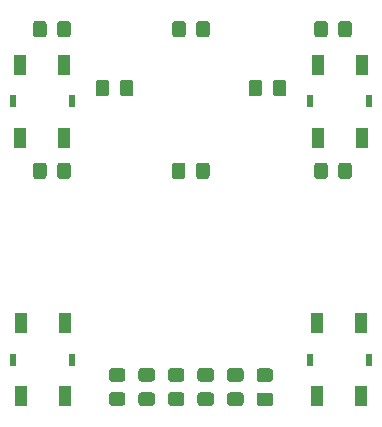
<source format=gtp>
G04 #@! TF.GenerationSoftware,KiCad,Pcbnew,5.1.10-88a1d61d58~90~ubuntu20.04.1*
G04 #@! TF.CreationDate,2021-11-23T17:04:51+00:00*
G04 #@! TF.ProjectId,logic-calc,6c6f6769-632d-4636-916c-632e6b696361,rev?*
G04 #@! TF.SameCoordinates,Original*
G04 #@! TF.FileFunction,Paste,Top*
G04 #@! TF.FilePolarity,Positive*
%FSLAX46Y46*%
G04 Gerber Fmt 4.6, Leading zero omitted, Abs format (unit mm)*
G04 Created by KiCad (PCBNEW 5.1.10-88a1d61d58~90~ubuntu20.04.1) date 2021-11-23 17:04:51*
%MOMM*%
%LPD*%
G01*
G04 APERTURE LIST*
%ADD10R,0.600000X1.000000*%
%ADD11R,1.100000X1.800000*%
G04 APERTURE END LIST*
D10*
X111100000Y-40100000D03*
X116100000Y-40100000D03*
D11*
X111750000Y-37000000D03*
X115450000Y-37000000D03*
X111750000Y-43200000D03*
X115450000Y-43200000D03*
D10*
X90900000Y-40100000D03*
X85900000Y-40100000D03*
D11*
X90250000Y-43200000D03*
X86550000Y-43200000D03*
X90250000Y-37000000D03*
X86550000Y-37000000D03*
D10*
X90950000Y-62000000D03*
X85950000Y-62000000D03*
D11*
X90300000Y-65100000D03*
X86600000Y-65100000D03*
X90300000Y-58900000D03*
X86600000Y-58900000D03*
D10*
X111050000Y-62000000D03*
X116050000Y-62000000D03*
D11*
X111700000Y-58900000D03*
X115400000Y-58900000D03*
X111700000Y-65100000D03*
X115400000Y-65100000D03*
G36*
G01*
X113475000Y-46450001D02*
X113475000Y-45549999D01*
G75*
G02*
X113724999Y-45300000I249999J0D01*
G01*
X114375001Y-45300000D01*
G75*
G02*
X114625000Y-45549999I0J-249999D01*
G01*
X114625000Y-46450001D01*
G75*
G02*
X114375001Y-46700000I-249999J0D01*
G01*
X113724999Y-46700000D01*
G75*
G02*
X113475000Y-46450001I0J249999D01*
G01*
G37*
G36*
G01*
X111425000Y-46450001D02*
X111425000Y-45549999D01*
G75*
G02*
X111674999Y-45300000I249999J0D01*
G01*
X112325001Y-45300000D01*
G75*
G02*
X112575000Y-45549999I0J-249999D01*
G01*
X112575000Y-46450001D01*
G75*
G02*
X112325001Y-46700000I-249999J0D01*
G01*
X111674999Y-46700000D01*
G75*
G02*
X111425000Y-46450001I0J249999D01*
G01*
G37*
G36*
G01*
X101425000Y-46450001D02*
X101425000Y-45549999D01*
G75*
G02*
X101674999Y-45300000I249999J0D01*
G01*
X102325001Y-45300000D01*
G75*
G02*
X102575000Y-45549999I0J-249999D01*
G01*
X102575000Y-46450001D01*
G75*
G02*
X102325001Y-46700000I-249999J0D01*
G01*
X101674999Y-46700000D01*
G75*
G02*
X101425000Y-46450001I0J249999D01*
G01*
G37*
G36*
G01*
X99375000Y-46450001D02*
X99375000Y-45549999D01*
G75*
G02*
X99624999Y-45300000I249999J0D01*
G01*
X100275001Y-45300000D01*
G75*
G02*
X100525000Y-45549999I0J-249999D01*
G01*
X100525000Y-46450001D01*
G75*
G02*
X100275001Y-46700000I-249999J0D01*
G01*
X99624999Y-46700000D01*
G75*
G02*
X99375000Y-46450001I0J249999D01*
G01*
G37*
G36*
G01*
X89675000Y-46450001D02*
X89675000Y-45549999D01*
G75*
G02*
X89924999Y-45300000I249999J0D01*
G01*
X90575001Y-45300000D01*
G75*
G02*
X90825000Y-45549999I0J-249999D01*
G01*
X90825000Y-46450001D01*
G75*
G02*
X90575001Y-46700000I-249999J0D01*
G01*
X89924999Y-46700000D01*
G75*
G02*
X89675000Y-46450001I0J249999D01*
G01*
G37*
G36*
G01*
X87625000Y-46450001D02*
X87625000Y-45549999D01*
G75*
G02*
X87874999Y-45300000I249999J0D01*
G01*
X88525001Y-45300000D01*
G75*
G02*
X88775000Y-45549999I0J-249999D01*
G01*
X88775000Y-46450001D01*
G75*
G02*
X88525001Y-46700000I-249999J0D01*
G01*
X87874999Y-46700000D01*
G75*
G02*
X87625000Y-46450001I0J249999D01*
G01*
G37*
G36*
G01*
X112575000Y-33549999D02*
X112575000Y-34450001D01*
G75*
G02*
X112325001Y-34700000I-249999J0D01*
G01*
X111674999Y-34700000D01*
G75*
G02*
X111425000Y-34450001I0J249999D01*
G01*
X111425000Y-33549999D01*
G75*
G02*
X111674999Y-33300000I249999J0D01*
G01*
X112325001Y-33300000D01*
G75*
G02*
X112575000Y-33549999I0J-249999D01*
G01*
G37*
G36*
G01*
X114625000Y-33549999D02*
X114625000Y-34450001D01*
G75*
G02*
X114375001Y-34700000I-249999J0D01*
G01*
X113724999Y-34700000D01*
G75*
G02*
X113475000Y-34450001I0J249999D01*
G01*
X113475000Y-33549999D01*
G75*
G02*
X113724999Y-33300000I249999J0D01*
G01*
X114375001Y-33300000D01*
G75*
G02*
X114625000Y-33549999I0J-249999D01*
G01*
G37*
G36*
G01*
X100550000Y-33549999D02*
X100550000Y-34450001D01*
G75*
G02*
X100300001Y-34700000I-249999J0D01*
G01*
X99649999Y-34700000D01*
G75*
G02*
X99400000Y-34450001I0J249999D01*
G01*
X99400000Y-33549999D01*
G75*
G02*
X99649999Y-33300000I249999J0D01*
G01*
X100300001Y-33300000D01*
G75*
G02*
X100550000Y-33549999I0J-249999D01*
G01*
G37*
G36*
G01*
X102600000Y-33549999D02*
X102600000Y-34450001D01*
G75*
G02*
X102350001Y-34700000I-249999J0D01*
G01*
X101699999Y-34700000D01*
G75*
G02*
X101450000Y-34450001I0J249999D01*
G01*
X101450000Y-33549999D01*
G75*
G02*
X101699999Y-33300000I249999J0D01*
G01*
X102350001Y-33300000D01*
G75*
G02*
X102600000Y-33549999I0J-249999D01*
G01*
G37*
G36*
G01*
X88775000Y-33549999D02*
X88775000Y-34450001D01*
G75*
G02*
X88525001Y-34700000I-249999J0D01*
G01*
X87874999Y-34700000D01*
G75*
G02*
X87625000Y-34450001I0J249999D01*
G01*
X87625000Y-33549999D01*
G75*
G02*
X87874999Y-33300000I249999J0D01*
G01*
X88525001Y-33300000D01*
G75*
G02*
X88775000Y-33549999I0J-249999D01*
G01*
G37*
G36*
G01*
X90825000Y-33549550D02*
X90825000Y-34450450D01*
G75*
G02*
X90575450Y-34700000I-249550J0D01*
G01*
X89924550Y-34700000D01*
G75*
G02*
X89675000Y-34450450I0J249550D01*
G01*
X89675000Y-33549550D01*
G75*
G02*
X89924550Y-33300000I249550J0D01*
G01*
X90575450Y-33300000D01*
G75*
G02*
X90825000Y-33549550I0J-249550D01*
G01*
G37*
G36*
G01*
X107925000Y-39450001D02*
X107925000Y-38549999D01*
G75*
G02*
X108174999Y-38300000I249999J0D01*
G01*
X108825001Y-38300000D01*
G75*
G02*
X109075000Y-38549999I0J-249999D01*
G01*
X109075000Y-39450001D01*
G75*
G02*
X108825001Y-39700000I-249999J0D01*
G01*
X108174999Y-39700000D01*
G75*
G02*
X107925000Y-39450001I0J249999D01*
G01*
G37*
G36*
G01*
X105875000Y-39450001D02*
X105875000Y-38549999D01*
G75*
G02*
X106124999Y-38300000I249999J0D01*
G01*
X106775001Y-38300000D01*
G75*
G02*
X107025000Y-38549999I0J-249999D01*
G01*
X107025000Y-39450001D01*
G75*
G02*
X106775001Y-39700000I-249999J0D01*
G01*
X106124999Y-39700000D01*
G75*
G02*
X105875000Y-39450001I0J249999D01*
G01*
G37*
G36*
G01*
X94075000Y-38549999D02*
X94075000Y-39450001D01*
G75*
G02*
X93825001Y-39700000I-249999J0D01*
G01*
X93174999Y-39700000D01*
G75*
G02*
X92925000Y-39450001I0J249999D01*
G01*
X92925000Y-38549999D01*
G75*
G02*
X93174999Y-38300000I249999J0D01*
G01*
X93825001Y-38300000D01*
G75*
G02*
X94075000Y-38549999I0J-249999D01*
G01*
G37*
G36*
G01*
X96125000Y-38549999D02*
X96125000Y-39450001D01*
G75*
G02*
X95875001Y-39700000I-249999J0D01*
G01*
X95224999Y-39700000D01*
G75*
G02*
X94975000Y-39450001I0J249999D01*
G01*
X94975000Y-38549999D01*
G75*
G02*
X95224999Y-38300000I249999J0D01*
G01*
X95875001Y-38300000D01*
G75*
G02*
X96125000Y-38549999I0J-249999D01*
G01*
G37*
G36*
G01*
X95200001Y-63850000D02*
X94299999Y-63850000D01*
G75*
G02*
X94050000Y-63600001I0J249999D01*
G01*
X94050000Y-62949999D01*
G75*
G02*
X94299999Y-62700000I249999J0D01*
G01*
X95200001Y-62700000D01*
G75*
G02*
X95450000Y-62949999I0J-249999D01*
G01*
X95450000Y-63600001D01*
G75*
G02*
X95200001Y-63850000I-249999J0D01*
G01*
G37*
G36*
G01*
X95200001Y-65900000D02*
X94299999Y-65900000D01*
G75*
G02*
X94050000Y-65650001I0J249999D01*
G01*
X94050000Y-64999999D01*
G75*
G02*
X94299999Y-64750000I249999J0D01*
G01*
X95200001Y-64750000D01*
G75*
G02*
X95450000Y-64999999I0J-249999D01*
G01*
X95450000Y-65650001D01*
G75*
G02*
X95200001Y-65900000I-249999J0D01*
G01*
G37*
G36*
G01*
X97700001Y-63850000D02*
X96799999Y-63850000D01*
G75*
G02*
X96550000Y-63600001I0J249999D01*
G01*
X96550000Y-62949999D01*
G75*
G02*
X96799999Y-62700000I249999J0D01*
G01*
X97700001Y-62700000D01*
G75*
G02*
X97950000Y-62949999I0J-249999D01*
G01*
X97950000Y-63600001D01*
G75*
G02*
X97700001Y-63850000I-249999J0D01*
G01*
G37*
G36*
G01*
X97700001Y-65900000D02*
X96799999Y-65900000D01*
G75*
G02*
X96550000Y-65650001I0J249999D01*
G01*
X96550000Y-64999999D01*
G75*
G02*
X96799999Y-64750000I249999J0D01*
G01*
X97700001Y-64750000D01*
G75*
G02*
X97950000Y-64999999I0J-249999D01*
G01*
X97950000Y-65650001D01*
G75*
G02*
X97700001Y-65900000I-249999J0D01*
G01*
G37*
G36*
G01*
X100200001Y-63850000D02*
X99299999Y-63850000D01*
G75*
G02*
X99050000Y-63600001I0J249999D01*
G01*
X99050000Y-62949999D01*
G75*
G02*
X99299999Y-62700000I249999J0D01*
G01*
X100200001Y-62700000D01*
G75*
G02*
X100450000Y-62949999I0J-249999D01*
G01*
X100450000Y-63600001D01*
G75*
G02*
X100200001Y-63850000I-249999J0D01*
G01*
G37*
G36*
G01*
X100200001Y-65900000D02*
X99299999Y-65900000D01*
G75*
G02*
X99050000Y-65650001I0J249999D01*
G01*
X99050000Y-64999999D01*
G75*
G02*
X99299999Y-64750000I249999J0D01*
G01*
X100200001Y-64750000D01*
G75*
G02*
X100450000Y-64999999I0J-249999D01*
G01*
X100450000Y-65650001D01*
G75*
G02*
X100200001Y-65900000I-249999J0D01*
G01*
G37*
G36*
G01*
X102700001Y-63850000D02*
X101799999Y-63850000D01*
G75*
G02*
X101550000Y-63600001I0J249999D01*
G01*
X101550000Y-62949999D01*
G75*
G02*
X101799999Y-62700000I249999J0D01*
G01*
X102700001Y-62700000D01*
G75*
G02*
X102950000Y-62949999I0J-249999D01*
G01*
X102950000Y-63600001D01*
G75*
G02*
X102700001Y-63850000I-249999J0D01*
G01*
G37*
G36*
G01*
X102700001Y-65900000D02*
X101799999Y-65900000D01*
G75*
G02*
X101550000Y-65650001I0J249999D01*
G01*
X101550000Y-64999999D01*
G75*
G02*
X101799999Y-64750000I249999J0D01*
G01*
X102700001Y-64750000D01*
G75*
G02*
X102950000Y-64999999I0J-249999D01*
G01*
X102950000Y-65650001D01*
G75*
G02*
X102700001Y-65900000I-249999J0D01*
G01*
G37*
G36*
G01*
X105200001Y-63850000D02*
X104299999Y-63850000D01*
G75*
G02*
X104050000Y-63600001I0J249999D01*
G01*
X104050000Y-62949999D01*
G75*
G02*
X104299999Y-62700000I249999J0D01*
G01*
X105200001Y-62700000D01*
G75*
G02*
X105450000Y-62949999I0J-249999D01*
G01*
X105450000Y-63600001D01*
G75*
G02*
X105200001Y-63850000I-249999J0D01*
G01*
G37*
G36*
G01*
X105200001Y-65900000D02*
X104299999Y-65900000D01*
G75*
G02*
X104050000Y-65650001I0J249999D01*
G01*
X104050000Y-64999999D01*
G75*
G02*
X104299999Y-64750000I249999J0D01*
G01*
X105200001Y-64750000D01*
G75*
G02*
X105450000Y-64999999I0J-249999D01*
G01*
X105450000Y-65650001D01*
G75*
G02*
X105200001Y-65900000I-249999J0D01*
G01*
G37*
G36*
G01*
X107700001Y-63875000D02*
X106799999Y-63875000D01*
G75*
G02*
X106550000Y-63625001I0J249999D01*
G01*
X106550000Y-62974999D01*
G75*
G02*
X106799999Y-62725000I249999J0D01*
G01*
X107700001Y-62725000D01*
G75*
G02*
X107950000Y-62974999I0J-249999D01*
G01*
X107950000Y-63625001D01*
G75*
G02*
X107700001Y-63875000I-249999J0D01*
G01*
G37*
G36*
G01*
X107700001Y-65925000D02*
X106799999Y-65925000D01*
G75*
G02*
X106550000Y-65675001I0J249999D01*
G01*
X106550000Y-65024999D01*
G75*
G02*
X106799999Y-64775000I249999J0D01*
G01*
X107700001Y-64775000D01*
G75*
G02*
X107950000Y-65024999I0J-249999D01*
G01*
X107950000Y-65675001D01*
G75*
G02*
X107700001Y-65925000I-249999J0D01*
G01*
G37*
M02*

</source>
